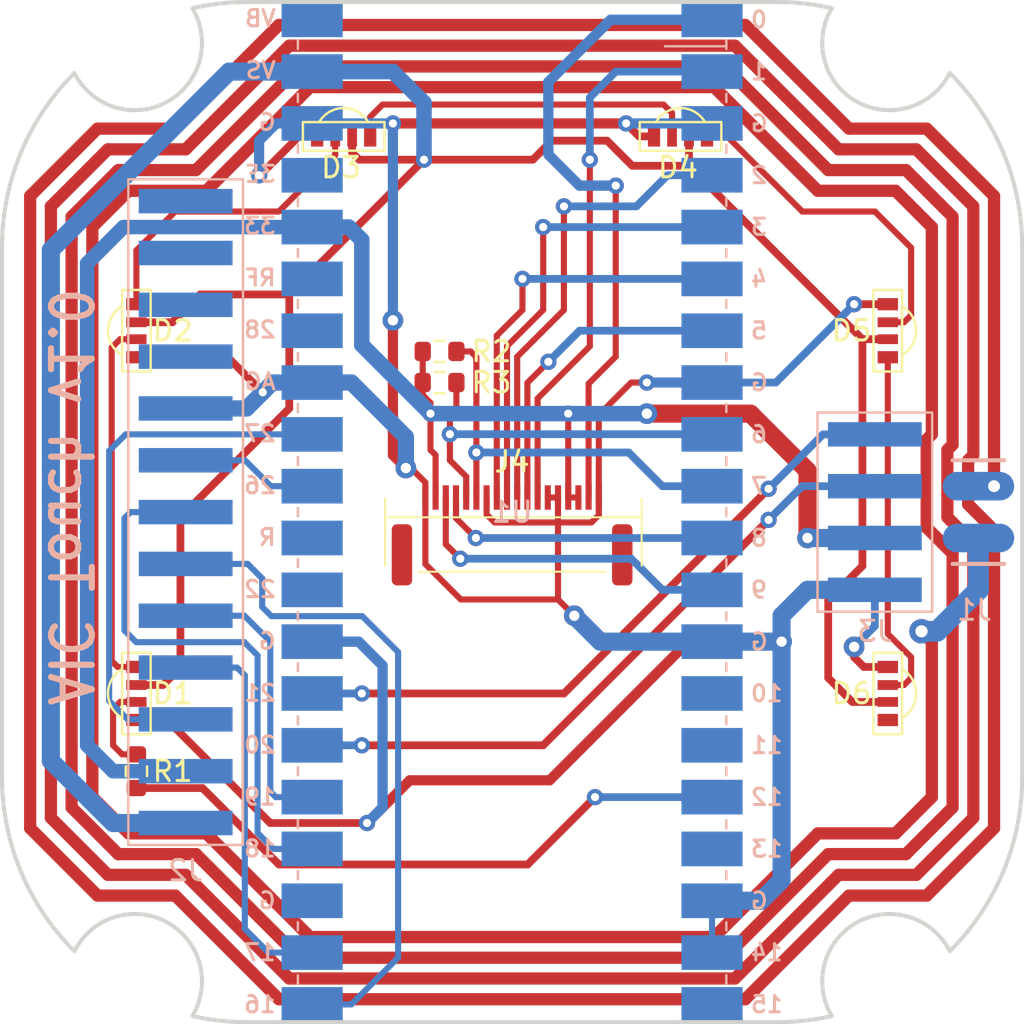
<source format=kicad_pcb>
(kicad_pcb (version 20221018) (generator pcbnew)
  (title_block (title "AIC Pico with PN5180"))
  (layers (0 "F.Cu" signal) (31 "B.Cu" signal) (34 "B.Paste" user) (35 "F.Paste" user) (36 "B.SilkS" user "B.Silkscreen") (37 "F.SilkS" user "F.Silkscreen") (38 "B.Mask" user) (39 "F.Mask" user) (44 "Edge.Cuts" user))
  (net 0 "")
  (net 1 "+5V")
  (net 2 "GND")
  (net 3 "+3V3")
  (net 4 "Net-(D1-In)")
  (net 5 "Net-(D1-Out)")
  (net 6 "Net-(D2-Out)")
  (net 7 "Net-(D3-Out)")
  (net 8 "Net-(D4-Out)")
  (net 9 "/RGB")
  (net 10 "Net-(D5-Out)")
  (net 12 "/LEDK")
  (net 13 "/D{slash}C")
  (net 14 "/CS")
  (net 15 "/SCK")
  (net 16 "/SDA")
  (net 17 "/RST")
  (net 18 "/TP_SCL")
  (net 19 "/TP_SDA")
  (net 20 "/TP_RST")
  (net 23 "/TP_INT")
  (net 25 "Net-(J3-SDA)")
  (net 26 "Net-(J3-SCL)")
  (net 31 "/ANT")
  (net 32 "Net-(J2-RST)")
  (net 33 "Net-(J2-NSS)")
  (net 34 "Net-(J2-MOSI)")
  (net 35 "Net-(J2-MISO)")
  (net 36 "Net-(J2-SCK)")
  (net 37 "Net-(J2-BUSY)")
  (footprint "aic_pico:WS2812B-1204" (layer "F.Cu") (at 143.575 94.985 180)
    (fp_text reference "D4")
    (fp_text value "WS2812B_Unified" hide)
  )
  (footprint "aic_pico:WS2812B-1204" (layer "F.Cu") (at 153.735 104.51 90)
    (fp_text reference "D5")
    (fp_text value "WS2812B_Unified" hide)
  )
  (footprint "Resistor_SMD:R_0603_1608Metric" (layer "F.Cu") (at 131.764 105.526 180)
    (fp_text reference "R2")
    (fp_text value "2K")
  )
  (footprint "aic_pico:WS2812B-1204" (layer "F.Cu") (at 127.065 94.985 180)
    (fp_text reference "D3")
    (fp_text value "WS2812B_Unified" hide)
  )
  (footprint "aic_pico:WS2812B-1204" (layer "F.Cu") (at 116.905 122.29 -90)
    (fp_text reference "D1")
    (fp_text value "WS2812B_Unified" hide)
  )
  (footprint "Resistor_SMD:R_0603_1608Metric" (layer "F.Cu") (at 116.905 126.1 -90)
    (fp_text reference "R1")
    (fp_text value "10" hide)
  )
  (footprint "Resistor_SMD:R_0603_1608Metric" (layer "F.Cu") (at 131.764 107.05 180)
    (fp_text reference "R3")
    (fp_text value "2K")
  )
  (footprint "aic_pico:FPC-0.5-1.0H-18P" (layer "F.Cu") (at 135.32 114.035)
    (fp_text reference "J4")
    (fp_text value "Display" hide)
  )
  (footprint "aic_pico:WS2812B-1204" (layer "F.Cu") (at 153.735 122.29 90)
    (fp_text reference "D6")
    (fp_text value "WS2812B_Unified" hide)
  )
  (footprint "aic_pico:WS2812B-1204" (layer "F.Cu") (at 116.905 104.51 -90)
    (fp_text reference "D2")
    (fp_text value "WS2812B_Unified" hide)
  )
  (footprint "aic_pico:ANT_2P" (layer "B.Cu") (at 158.18 113.4)
    (fp_text reference "J1")
    (fp_text value "Antenna" hide)
  )
  (footprint "aic_pico:RPi_Pico_SMD_No_USB" (layer "B.Cu") (at 135.32 113.4 180)
    (fp_text reference "U1")
    (fp_text value "Pico")
  )
  (footprint "aic_pico:pn5180_conn" (layer "B.Cu") (at 119.32 113.4)
    (fp_text reference "J2")
    (fp_text value "PN5180" hide)
  )
  (footprint "aic_pico:pn532_conn" (layer "B.Cu") (at 153.1 113.4)
    (fp_text reference "J3")
    (fp_text value "PN532" hide)
  )
  (gr_line (start 148.32 138.399999) (end 122.32 138.399999) (stroke (width 0.2)) (layer "Edge.Cuts"))
  (gr_line (start 160.32 126.399999) (end 160.32 100.399999) (stroke (width 0.2)) (layer "Edge.Cuts"))
  (gr_arc (start 119.649044 88.701025) (mid 118.410332 93.29151) (end 113.870189 91.879395) (stroke (width 0.2)) (layer "Edge.Cuts"))
  (gr_arc (start 150.990956 138.098973) (mid 152.229668 133.508486) (end 156.769811 134.920603) (stroke (width 0.2)) (layer "Edge.Cuts"))
  (gr_arc (start 110.32 100.399999) (mid 111.243048 95.784684) (end 113.870189 91.879395) (stroke (width 0.2)) (layer "Edge.Cuts"))
  (gr_arc (start 113.870189 134.920603) (mid 111.243048 131.015314) (end 110.32 126.399999) (stroke (width 0.2)) (layer "Edge.Cuts"))
  (gr_arc (start 122.32 138.399999) (mid 120.976067 138.324505) (end 119.649044 138.098973) (stroke (width 0.2)) (layer "Edge.Cuts"))
  (gr_arc (start 156.769811 91.879395) (mid 159.396952 95.784684) (end 160.32 100.399999) (stroke (width 0.2)) (layer "Edge.Cuts"))
  (gr_arc (start 160.32 126.399999) (mid 159.396952 131.015314) (end 156.769811 134.920603) (stroke (width 0.2)) (layer "Edge.Cuts"))
  (gr_arc (start 156.769811 91.879395) (mid 152.229668 93.291511) (end 150.990956 88.701025) (stroke (width 0.2)) (layer "Edge.Cuts"))
  (gr_arc (start 150.990956 138.098973) (mid 149.663933 138.324505) (end 148.32 138.399999) (stroke (width 0.2)) (layer "Edge.Cuts"))
  (gr_arc (start 113.870189 134.920603) (mid 118.410332 133.508487) (end 119.649044 138.098973) (stroke (width 0.2)) (layer "Edge.Cuts"))
  (gr_line (start 148.32 88.399999) (end 122.32 88.399999) (stroke (width 0.2)) (layer "Edge.Cuts"))
  (gr_line (start 110.32 126.399999) (end 110.32 100.399999) (stroke (width 0.2)) (layer "Edge.Cuts"))
  (gr_arc (start 148.32 88.399999) (mid 149.663933 88.475493) (end 150.990956 88.701025) (stroke (width 0.2)) (layer "Edge.Cuts"))
  (gr_arc (start 119.649044 88.701025) (mid 120.976067 88.475493) (end 122.32 88.399999) (stroke (width 0.2)) (layer "Edge.Cuts"))
  (gr_text "AIC Touch v1.0" (at 112.46 123.052 270) (layer "B.SilkS") (effects (font (size 2 1.8) (thickness 0.3)) (justify left bottom mirror)))
  (segment (start 119.064 113.654) (end 119.064 121.02) (width 0.381) (layer "F.Cu") (net 1))
  (segment (start 124.398 108.32) (end 119.064 113.654) (width 0.381) (layer "F.Cu") (net 1))
  (segment (start 152.489695 116.042305) (end 150.814 117.718) (width 0.381) (layer "F.Cu") (net 1))
  (segment (start 120.031623 102.732) (end 124.398 102.732) (width 0.381) (layer "F.Cu") (net 1))
  (segment (start 139.976254 95.196254) (end 141.205305 96.425305) (width 0.381) (layer "F.Cu") (net 1))
  (segment (start 118.209 121.875) (end 116.905 121.875) (width 0.381) (layer "F.Cu") (net 1))
  (segment (start 150.814 121.528) (end 151.991 122.705) (width 0.381) (layer "F.Cu") (net 1))
  (segment (start 118.668623 104.095) (end 120.031623 102.732) (width 0.381) (layer "F.Cu") (net 1))
  (segment (start 127.48 95.784228) (end 127.823772 96.128) (width 0.381) (layer "F.Cu") (net 1))
  (segment (start 127.823772 96.128) (end 136.336 96.128) (width 0.381) (layer "F.Cu") (net 1))
  (segment (start 150.814 117.718) (end 150.814 121.528) (width 0.381) (layer "F.Cu") (net 1))
  (segment (start 143.99 96.425305) (end 152.489695 104.925) (width 0.381) (layer "F.Cu") (net 1))
  (segment (start 136.336 96.128) (end 137.267746 95.196254) (width 0.381) (layer "F.Cu") (net 1))
  (segment (start 137.267746 95.196254) (end 139.976254 95.196254) (width 0.381) (layer "F.Cu") (net 1))
  (segment (start 152.489695 104.925) (end 153.735 104.925) (width 0.381) (layer "F.Cu") (net 1))
  (segment (start 141.205305 96.425305) (end 143.99 96.425305) (width 0.381) (layer "F.Cu") (net 1))
  (segment (start 127.48 94.985) (end 127.48 95.784228) (width 0.381) (layer "F.Cu") (net 1))
  (segment (start 124.398 102.732) (end 124.398 108.32) (width 0.381) (layer "F.Cu") (net 1))
  (segment (start 131.002 96.128) (end 124.398 102.732) (width 0.381) (layer "F.Cu") (net 1))
  (segment (start 151.991 122.705) (end 153.735 122.705) (width 0.381) (layer "F.Cu") (net 1))
  (segment (start 119.064 121.02) (end 118.209 121.875) (width 0.381) (layer "F.Cu") (net 1))
  (segment (start 152.489695 104.925) (end 152.489695 116.042305) (width 0.381) (layer "F.Cu") (net 1))
  (segment (start 116.905 104.095) (end 118.668623 104.095) (width 0.381) (layer "F.Cu") (net 1))
  (segment (start 143.99 96.425305) (end 143.99 94.985) (width 0.381) (layer "F.Cu") (net 1))
  (via (at 131.002 96.128) (size 0.8) (drill 0.4) (layers "F.Cu" "B.Cu") (net 1))
  (segment (start 131.002 93.334) (end 129.478 91.81) (width 0.762) (layer "B.Cu") (net 1))
  (segment (start 115.762 128.64) (end 120.08 128.64) (width 0.889) (layer "B.Cu") (net 1))
  (segment (start 131.002 96.128) (end 131.002 93.334) (width 0.762) (layer "B.Cu") (net 1))
  (segment (start 112.714 100.549791) (end 112.714 125.592) (width 0.889) (layer "B.Cu") (net 1))
  (segment (start 121.453791 91.81) (end 112.714 100.549791) (width 0.889) (layer "B.Cu") (net 1))
  (segment (start 125.52 91.81) (end 121.453791 91.81) (width 0.889) (layer "B.Cu") (net 1))
  (segment (start 129.478 91.81) (end 125.52 91.81) (width 0.762) (layer "B.Cu") (net 1))
  (segment (start 112.714 125.592) (end 115.762 128.64) (width 0.889) (layer "B.Cu") (net 1))
  (segment (start 139.57 113.548254) (end 139.210254 113.908) (width 0.3) (layer "F.Cu") (net 2))
  (segment (start 139.57 112.685) (end 139.57 113.548254) (width 0.3) (layer "F.Cu") (net 2))
  (segment (start 141.543 94.985) (end 142.275 94.985) (width 0.381) (layer "F.Cu") (net 2))
  (segment (start 139.57 108.638) (end 141.158 107.05) (width 0.3) (layer "F.Cu") (net 2))
  (segment (start 123.464 128.64) (end 118.414 123.59) (width 0.381) (layer "F.Cu") (net 2))
  (segment (start 137.57 117.682) (end 137.57 112.685) (width 0.3) (layer "F.Cu") (net 2))
  (segment (start 139.57 112.685) (end 139.57 108.638) (width 0.3) (layer "F.Cu") (net 2))
  (segment (start 143.956 119.75) (end 137.161 126.545) (width 0.5) (layer "F.Cu") (net 2))
  (segment (start 152.084 103.21) (end 153.735 103.21) (width 0.381) (layer "F.Cu") (net 2))
  (segment (start 152.084 120.512) (end 152.562 120.99) (width 0.381) (layer "F.Cu") (net 2))
  (segment (start 131.07 112.685) (end 131.07 115.948) (width 0.3) (layer "F.Cu") (net 2))
  (segment (start 130.303 126.545) (end 128.208 128.64) (width 0.5) (layer "F.Cu") (net 2))
  (segment (start 131.07 115.948) (end 132.804 117.682) (width 0.3) (layer "F.Cu") (net 2))
  (segment (start 139.210254 113.908) (end 134.464465 113.908) (width 0.3) (layer "F.Cu") (net 2))
  (segment (start 124.868 94.985) (end 125.765 94.985) (width 0.381) (layer "F.Cu") (net 2))
  (segment (start 128.208 128.64) (end 123.464 128.64) (width 0.381) (layer "F.Cu") (net 2))
  (segment (start 134.07 113.513535) (end 134.07 112.685) (width 0.3) (layer "F.Cu") (net 2))
  (segment (start 137.07 112.685) (end 137.57 112.685) (width 0.3) (layer "F.Cu") (net 2))
  (segment (start 152.084 120.004) (end 152.084 120.512) (width 0.381) (layer "F.Cu") (net 2))
  (segment (start 137.57 117.682) (end 138.368 118.48) (width 0.3) (layer "F.Cu") (net 2))
  (segment (start 141.158 107.05) (end 141.924 107.05) (width 0.3) (layer "F.Cu") (net 2))
  (segment (start 129.478 110.606) (end 130.113 111.241) (width 0.5) (layer "F.Cu") (net 2))
  (segment (start 137.161 126.545) (end 130.303 126.545) (width 0.5) (layer "F.Cu") (net 2))
  (segment (start 152.562 120.99) (end 153.735 120.99) (width 0.381) (layer "F.Cu") (net 2))
  (segment (start 140.908 94.35) (end 141.543 94.985) (width 0.381) (layer "F.Cu") (net 2))
  (segment (start 122.963 96.89) (end 124.868 94.985) (width 0.381) (layer "F.Cu") (net 2))
  (segment (start 148.528 119.75) (end 143.956 119.75) (width 0.5) (layer "F.Cu") (net 2))
  (segment (start 129.478 104.002) (end 129.478 110.606) (width 0.5) (layer "F.Cu") (net 2))
  (segment (start 116.905 105.81) (end 121.38 105.81) (width 0.381) (layer "F.Cu") (net 2))
  (segment (start 121.38 105.81) (end 123.098 107.528) (width 0.381) (layer "F.Cu") (net 2))
  (segment (start 130.363 111.241) (end 131.07 111.948) (width 0.3) (layer "F.Cu") (net 2))
  (segment (start 118.414 123.59) (end 116.905 123.59) (width 0.381) (layer "F.Cu") (net 2))
  (segment (start 134.464465 113.908) (end 134.07 113.513535) (width 0.3) (layer "F.Cu") (net 2))
  (segment (start 131.07 111.948) (end 131.07 112.685) (width 0.3) (layer "F.Cu") (net 2))
  (segment (start 140.908 94.35) (end 129.478 94.35) (width 0.5) (layer "F.Cu") (net 2))
  (segment (start 122.92 96.89) (end 122.963 96.89) (width 0.381) (layer "F.Cu") (net 2))
  (segment (start 132.804 117.682) (end 137.57 117.682) (width 0.3) (layer "F.Cu") (net 2))
  (via (at 138.368 118.48) (size 1.016) (drill 0.508) (layers "F.Cu" "B.Cu") (net 2))
  (via (at 130.113 111.241) (size 1.016) (drill 0.508) (layers "F.Cu" "B.Cu") (net 2))
  (via (at 140.908 94.35) (size 0.8) (drill 0.4) (layers "F.Cu" "B.Cu") (net 2))
  (via (at 122.92 96.89) (size 0.8) (drill 0.4) (layers "F.Cu" "B.Cu") (net 2))
  (via (at 141.924 107.05) (size 0.8) (drill 0.4) (layers "F.Cu" "B.Cu") (net 2))
  (via (at 128.208 128.64) (size 0.8) (drill 0.4) (layers "F.Cu" "B.Cu") (net 2))
  (via (at 129.478 94.35) (size 0.8) (drill 0.4) (layers "F.Cu" "B.Cu") (net 2))
  (via (at 152.084 103.21) (size 0.8) (drill 0.4) (layers "F.Cu" "B.Cu") (net 2))
  (via (at 123.098 107.528) (size 0.8) (drill 0.4) (layers "F.Cu" "B.Cu") (net 2))
  (via (at 152.084 120.004) (size 1.016) (drill 0.508) (layers "F.Cu" "B.Cu") (net 2))
  (via (at 129.478 104.002) (size 1.016) (drill 0.508) (layers "F.Cu" "B.Cu") (net 2))
  (via (at 148.528 119.75) (size 1.016) (drill 0.508) (layers "F.Cu" "B.Cu") (net 2))
  (segment (start 130.113 111.241) (end 130.113 109.717) (width 0.8) (layer "B.Cu") (net 2))
  (segment (start 127.446 107.05) (end 125.52 107.05) (width 0.8) (layer "B.Cu") (net 2))
  (segment (start 147.512 132.45) (end 145.12 132.45) (width 0.889) (layer "B.Cu") (net 2))
  (segment (start 152.084 103.21) (end 148.244 107.05) (width 0.381) (layer "B.Cu") (net 2))
  (segment (start 139.638 119.75) (end 145.12 119.75) (width 0.889) (layer "B.Cu") (net 2))
  (segment (start 148.528 119.75) (end 148.528 118.48) (width 0.889) (layer "B.Cu") (net 2))
  (segment (start 148.528 131.434) (end 147.512 132.45) (width 0.889) (layer "B.Cu") (net 2))
  (segment (start 128.97 127.878) (end 128.97 120.9185) (width 0.508) (layer "B.Cu") (net 2))
  (segment (start 145.12 107.05) (end 141.924 107.05) (width 0.5) (layer "B.Cu") (net 2))
  (segment (start 148.244 107.05) (end 145.12 107.05) (width 0.381) (layer "B.Cu") (net 2))
  (segment (start 145.12 119.75) (end 148.528 119.75) (width 0.889) (layer "B.Cu") (net 2))
  (segment (start 148.528 119.75) (end 148.528 131.434) (width 0.889) (layer "B.Cu") (net 2))
  (segment (start 122.92 96.89) (end 122.92 95.2) (width 0.5) (layer "B.Cu") (net 2))
  (segment (start 128.208 128.64) (end 128.97 127.878) (width 0.508) (layer "B.Cu") (net 2))
  (segment (start 130.113 109.717) (end 127.446 107.05) (width 0.8) (layer "B.Cu") (net 2))
  (segment (start 129.478 104.002) (end 129.478 94.35) (width 0.5) (layer "B.Cu") (net 2))
  (segment (start 153.1 117.21) (end 153.1 118.988) (width 0.381) (layer "B.Cu") (net 2))
  (segment (start 129.478 94.35) (end 125.52 94.35) (width 0.5) (layer "B.Cu") (net 2))
  (segment (start 149.798 117.21) (end 153.1 117.21) (width 0.889) (layer "B.Cu") (net 2))
  (segment (start 140.908 94.35) (end 145.12 94.35) (width 0.5) (layer "B.Cu") (net 2))
  (segment (start 128.97 120.9185) (end 127.8015 119.75) (width 0.508) (layer "B.Cu") (net 2))
  (segment (start 123.576 107.05) (end 125.52 107.05) (width 0.8) (layer "B.Cu") (net 2))
  (segment (start 123.77 94.35) (end 125.52 94.35) (width 0.5) (layer "B.Cu") (net 2))
  (segment (start 127.8015 119.75) (end 125.52 119.75) (width 0.508) (layer "B.Cu") (net 2))
  (segment (start 153.1 118.988) (end 152.084 120.004) (width 0.381) (layer "B.Cu") (net 2))
  (segment (start 122.306 108.32) (end 123.576 107.05) (width 0.8) (layer "B.Cu") (net 2))
  (segment (start 148.528 118.48) (end 149.798 117.21) (width 0.889) (layer "B.Cu") (net 2))
  (segment (start 138.368 118.48) (end 139.638 119.75) (width 0.889) (layer "B.Cu") (net 2))
  (segment (start 145.12 134.99) (end 145.12 132.45) (width 0.3) (layer "B.Cu") (net 2))
  (segment (start 119.32 108.32) (end 122.306 108.32) (width 0.8) (layer "B.Cu") (net 2))
  (segment (start 122.92 95.2) (end 123.77 94.35) (width 0.5) (layer "B.Cu") (net 2))
  (segment (start 138.07 112.685) (end 138.57 112.685) (width 0.3) (layer "F.Cu") (net 3))
  (segment (start 149.798 111.368) (end 147.004 108.574) (width 0.889) (layer "F.Cu") (net 3))
  (segment (start 149.798 114.67) (end 149.798 111.368) (width 0.889) (layer "F.Cu") (net 3))
  (segment (start 131.32 110.352) (end 131.32 108.574) (width 0.3) (layer "F.Cu") (net 3))
  (segment (start 130.939 107.666225) (end 130.939 105.526) (width 0.3) (layer "F.Cu") (net 3))
  (segment (start 131.57 112.685) (end 131.57 110.602) (width 0.3) (layer "F.Cu") (net 3))
  (segment (start 131.32 108.047225) (end 130.939 107.666225) (width 0.3) (layer "F.Cu") (net 3))
  (segment (start 138.07 108.574) (end 138.07 112.685) (width 0.3) (layer "F.Cu") (net 3))
  (segment (start 131.57 110.602) (end 131.32 110.352) (width 0.3) (layer "F.Cu") (net 3))
  (segment (start 131.32 108.574) (end 131.32 108.047225) (width 0.3) (layer "F.Cu") (net 3))
  (segment (start 147.004 108.574) (end 141.924 108.574) (width 0.889) (layer "F.Cu") (net 3))
  (via (at 138.07 108.574) (size 0.8) (drill 0.4) (layers "F.Cu" "B.Cu") (net 3))
  (via (at 141.924 108.574) (size 1.016) (drill 0.508) (layers "F.Cu" "B.Cu") (net 3))
  (via (at 149.798 114.67) (size 1.016) (drill 0.508) (layers "F.Cu" "B.Cu") (net 3))
  (via (at 131.32 108.574) (size 0.8) (drill 0.4) (layers "F.Cu" "B.Cu") (net 3))
  (segment (start 125.52 99.43) (end 116.27 99.43) (width 0.7112) (layer "B.Cu") (net 3))
  (segment (start 114.492 124.83) (end 115.762 126.1) (width 0.7112) (layer "B.Cu") (net 3))
  (segment (start 127.319 99.43) (end 125.52 99.43) (width 0.762) (layer "B.Cu") (net 3))
  (segment (start 141.924 108.574) (end 131.32 108.574) (width 0.762) (layer "B.Cu") (net 3))
  (segment (start 114.492 101.208) (end 114.492 124.83) (width 0.7112) (layer "B.Cu") (net 3))
  (segment (start 127.954 105.208) (end 127.954 100.065) (width 0.762) (layer "B.Cu") (net 3))
  (segment (start 116.27 99.43) (end 114.492 101.208) (width 0.7112) (layer "B.Cu") (net 3))
  (segment (start 115.762 126.1) (end 120.08 126.1) (width 0.7112) (layer "B.Cu") (net 3))
  (segment (start 127.954 100.065) (end 127.319 99.43) (width 0.762) (layer "B.Cu") (net 3))
  (segment (start 131.32 108.574) (end 127.954 105.208) (width 0.762) (layer "B.Cu") (net 3))
  (segment (start 149.798 114.67) (end 153.1 114.67) (width 0.889) (layer "B.Cu") (net 3))
  (segment (start 116.109 122.705) (end 116.905 122.705) (width 0.3) (layer "F.Cu") (net 4))
  (segment (start 116.905 125.275) (end 116.207 125.275) (width 0.3) (layer "F.Cu") (net 4))
  (segment (start 116.207 125.275) (end 115.762 124.83) (width 0.3) (layer "F.Cu") (net 4))
  (segment (start 115.762 124.83) (end 115.762 123.052) (width 0.3) (layer "F.Cu") (net 4))
  (segment (start 115.762 123.052) (end 116.109 122.705) (width 0.3) (layer "F.Cu") (net 4))
  (segment (start 116.109 104.925) (end 116.905 104.925) (width 0.3) (layer "F.Cu") (net 5))
  (segment (start 115.986 120.99) (end 115.695 120.699) (width 0.3) (layer "F.Cu") (net 5))
  (segment (start 116.905 120.99) (end 115.986 120.99) (width 0.3) (layer "F.Cu") (net 5))
  (segment (start 115.695 120.699) (end 115.695 105.339) (width 0.3) (layer "F.Cu") (net 5))
  (segment (start 115.695 105.339) (end 116.109 104.925) (width 0.3) (layer "F.Cu") (net 5))
  (segment (start 116.905 100.573) (end 116.905 103.21) (width 0.3) (layer "F.Cu") (net 6))
  (segment (start 126.65 95.908) (end 123.89 98.668) (width 0.3) (layer "F.Cu") (net 6))
  (segment (start 126.65 94.985) (end 126.65 95.908) (width 0.3) (layer "F.Cu") (net 6))
  (segment (start 123.89 98.668) (end 118.81 98.668) (width 0.3) (layer "F.Cu") (net 6))
  (segment (start 118.81 98.668) (end 116.905 100.573) (width 0.3) (layer "F.Cu") (net 6))
  (segment (start 143.16 94.985) (end 143.16 93.842) (width 0.3) (layer "F.Cu") (net 7))
  (segment (start 143.16 93.842) (end 142.743476 93.425476) (width 0.3) (layer "F.Cu") (net 7))
  (segment (start 142.743476 93.425476) (end 128.97 93.425476) (width 0.3) (layer "F.Cu") (net 7))
  (segment (start 128.365 94.030476) (end 128.365 94.985) (width 0.3) (layer "F.Cu") (net 7))
  (segment (start 128.97 93.425476) (end 128.365 94.030476) (width 0.3) (layer "F.Cu") (net 7))
  (segment (start 154.878 100.446) (end 154.878 103.748) (width 0.3) (layer "F.Cu") (net 8))
  (segment (start 154.878 103.748) (end 154.531 104.095) (width 0.3) (layer "F.Cu") (net 8))
  (segment (start 144.875 94.985) (end 145.861 94.985) (width 0.3) (layer "F.Cu") (net 8))
  (segment (start 154.531 104.095) (end 153.735 104.095) (width 0.3) (layer "F.Cu") (net 8))
  (segment (start 145.861 94.985) (end 149.544 98.668) (width 0.3) (layer "F.Cu") (net 8))
  (segment (start 153.1 98.668) (end 154.878 100.446) (width 0.3) (layer "F.Cu") (net 8))
  (segment (start 149.544 98.668) (end 153.1 98.668) (width 0.3) (layer "F.Cu") (net 8))
  (segment (start 120.143 126.925) (end 122.62 129.402) (width 0.381) (layer "F.Cu") (net 9))
  (segment (start 122.62 129.402) (end 123.89 130.672) (width 0.381) (layer "F.Cu") (net 9))
  (segment (start 136.082 130.672) (end 139.384 127.37) (width 0.381) (layer "F.Cu") (net 9))
  (segment (start 116.905 126.925) (end 120.143 126.925) (width 0.381) (layer "F.Cu") (net 9))
  (segment (start 123.89 130.672) (end 136.082 130.672) (width 0.381) (layer "F.Cu") (net 9))
  (via (at 139.384 127.37) (size 0.8) (drill 0.4) (layers "F.Cu" "B.Cu") (net 9))
  (segment (start 139.384 127.37) (end 145.12 127.37) (width 0.381) (layer "B.Cu") (net 9))
  (segment (start 154.878 121.528) (end 154.878 120.512) (width 0.3) (layer "F.Cu") (net 10))
  (segment (start 153.735 119.369) (end 153.735 105.81) (width 0.3) (layer "F.Cu") (net 10))
  (segment (start 153.735 121.875) (end 154.531 121.875) (width 0.3) (layer "F.Cu") (net 10))
  (segment (start 154.878 120.512) (end 153.735 119.369) (width 0.3) (layer "F.Cu") (net 10))
  (segment (start 154.531 121.875) (end 154.878 121.528) (width 0.3) (layer "F.Cu") (net 10))
  (segment (start 140.4 97.398) (end 140.4 105.776) (width 0.3) (layer "F.Cu") (net 12))
  (segment (start 140.4 105.776) (end 139.07 107.106) (width 0.3) (layer "F.Cu") (net 12))
  (segment (start 139.07 107.106) (end 139.07 112.685) (width 0.3) (layer "F.Cu") (net 12))
  (via (at 140.4 97.398) (size 0.8) (drill 0.4) (layers "F.Cu" "B.Cu") (net 12))
  (segment (start 140.146 89.27) (end 145.12 89.27) (width 0.508) (layer "B.Cu") (net 12))
  (segment (start 138.622 97.398) (end 137.098 95.874) (width 0.508) (layer "B.Cu") (net 12))
  (segment (start 137.098 92.318) (end 140.146 89.27) (width 0.508) (layer "B.Cu") (net 12))
  (segment (start 140.4 97.398) (end 138.622 97.398) (width 0.508) (layer "B.Cu") (net 12))
  (segment (start 137.098 95.874) (end 137.098 92.318) (width 0.508) (layer "B.Cu") (net 12))
  (segment (start 139.13 105.272) (end 136.57 107.832) (width 0.3) (layer "F.Cu") (net 13))
  (segment (start 136.57 107.832) (end 136.57 108.082) (width 0.3) (layer "F.Cu") (net 13))
  (segment (start 139.13 96.128) (end 139.13 105.272) (width 0.3) (layer "F.Cu") (net 13))
  (segment (start 136.57 108.082) (end 136.57 112.685) (width 0.3) (layer "F.Cu") (net 13))
  (via (at 139.13 96.128) (size 0.8) (drill 0.4) (layers "F.Cu" "B.Cu") (net 13))
  (segment (start 139.13 96.128) (end 139.13 93.08) (width 0.381) (layer "B.Cu") (net 13))
  (segment (start 139.13 93.08) (end 140.4 91.81) (width 0.381) (layer "B.Cu") (net 13))
  (segment (start 140.4 91.81) (end 145.12 91.81) (width 0.381) (layer "B.Cu") (net 13))
  (segment (start 136.07 107.062) (end 136.07 107.312) (width 0.3) (layer "F.Cu") (net 14))
  (segment (start 136.07 107.312) (end 136.07 112.685) (width 0.3) (layer "F.Cu") (net 14))
  (segment (start 137.098 106.034) (end 136.07 107.062) (width 0.3) (layer "F.Cu") (net 14))
  (via (at 137.098 106.034) (size 0.8) (drill 0.4) (layers "F.Cu" "B.Cu") (net 14))
  (segment (start 138.622 104.51) (end 145.12 104.51) (width 0.381) (layer "B.Cu") (net 14))
  (segment (start 137.098 106.034) (end 138.622 104.51) (width 0.381) (layer "B.Cu") (net 14))
  (segment (start 137.86 103.494) (end 135.574 105.78) (width 0.3) (layer "F.Cu") (net 15))
  (segment (start 137.86 98.414) (end 137.86 103.494) (width 0.3) (layer "F.Cu") (net 15))
  (segment (start 135.574 105.78) (end 135.57 105.78) (width 0.3) (layer "F.Cu") (net 15))
  (segment (start 135.57 105.78) (end 135.57 112.685) (width 0.3) (layer "F.Cu") (net 15))
  (via (at 137.86 98.414) (size 0.8) (drill 0.4) (layers "F.Cu" "B.Cu") (net 15))
  (segment (start 141.416 98.414) (end 142.94 96.89) (width 0.381) (layer "B.Cu") (net 15))
  (segment (start 137.86 98.414) (end 141.416 98.414) (width 0.381) (layer "B.Cu") (net 15))
  (segment (start 142.94 96.89) (end 145.12 96.89) (width 0.381) (layer "B.Cu") (net 15))
  (segment (start 136.844 103.49) (end 135.07 105.264) (width 0.3) (layer "F.Cu") (net 16))
  (segment (start 136.844 99.43) (end 136.844 103.49) (width 0.3) (layer "F.Cu") (net 16))
  (segment (start 135.07 105.264) (end 135.07 112.685) (width 0.3) (layer "F.Cu") (net 16))
  (via (at 136.844 99.43) (size 0.8) (drill 0.4) (layers "F.Cu" "B.Cu") (net 16))
  (segment (start 145.12 99.43) (end 136.844 99.43) (width 0.381) (layer "B.Cu") (net 16))
  (segment (start 135.828 101.97) (end 135.828 103.49) (width 0.3) (layer "F.Cu") (net 17))
  (segment (start 134.57 104.748) (end 134.57 112.685) (width 0.3) (layer "F.Cu") (net 17))
  (segment (start 135.828 103.49) (end 134.57 104.748) (width 0.3) (layer "F.Cu") (net 17))
  (via (at 135.828 101.97) (size 0.8) (drill 0.4) (layers "F.Cu" "B.Cu") (net 17))
  (segment (start 145.12 101.97) (end 135.828 101.97) (width 0.381) (layer "B.Cu") (net 17))
  (segment (start 133.57 105.808) (end 133.288 105.526) (width 0.3) (layer "F.Cu") (net 18))
  (segment (start 133.57 110.4845) (end 133.57 112.685) (width 0.3) (layer "F.Cu") (net 18))
  (segment (start 133.57 110.479) (end 133.57 105.808) (width 0.3) (layer "F.Cu") (net 18))
  (segment (start 133.288 105.526) (end 132.589 105.526) (width 0.3) (layer "F.Cu") (net 18))
  (via (at 133.57 110.479) (size 0.8) (drill 0.4) (layers "F.Cu" "B.Cu") (net 18))
  (segment (start 133.542 110.479) (end 141.035 110.479) (width 0.381) (layer "B.Cu") (net 18))
  (segment (start 133.415 110.352) (end 133.542 110.479) (width 0.381) (layer "B.Cu") (net 18))
  (segment (start 142.686 112.13) (end 145.12 112.13) (width 0.381) (layer "B.Cu") (net 18))
  (segment (start 141.035 110.479) (end 142.686 112.13) (width 0.381) (layer "B.Cu") (net 18))
  (segment (start 132.589 108.511) (end 132.589 107.05) (width 0.3) (layer "F.Cu") (net 19))
  (segment (start 132.272 109.581) (end 132.272 110.86) (width 0.3) (layer "F.Cu") (net 19))
  (segment (start 132.272 110.86) (end 133.07 111.658) (width 0.3) (layer "F.Cu") (net 19))
  (segment (start 133.07 111.658) (end 133.07 112.685) (width 0.3) (layer "F.Cu") (net 19))
  (segment (start 132.272 108.828) (end 132.589 108.511) (width 0.3) (layer "F.Cu") (net 19))
  (segment (start 132.272 109.581) (end 132.272 108.828) (width 0.3) (layer "F.Cu") (net 19))
  (via (at 132.272 109.581) (size 0.8) (drill 0.4) (layers "F.Cu" "B.Cu") (net 19))
  (segment (start 145.111 109.581) (end 145.12 109.59) (width 0.381) (layer "B.Cu") (net 19))
  (segment (start 132.272 109.581) (end 145.111 109.581) (width 0.381) (layer "B.Cu") (net 19))
  (segment (start 133.542 114.67) (end 132.57 113.698) (width 0.3) (layer "F.Cu") (net 20))
  (segment (start 132.57 113.698) (end 132.57 112.685) (width 0.3) (layer "F.Cu") (net 20))
  (via (at 133.542 114.67) (size 0.8) (drill 0.4) (layers "F.Cu" "B.Cu") (net 20))
  (segment (start 133.542 114.67) (end 145.12 114.67) (width 0.381) (layer "B.Cu") (net 20))
  (segment (start 132.07 114.976) (end 132.78 115.686) (width 0.3) (layer "F.Cu") (net 23))
  (segment (start 132.07 112.685) (end 132.07 114.976) (width 0.3) (layer "F.Cu") (net 23))
  (via (at 132.78 115.686) (size 0.8) (drill 0.4) (layers "F.Cu" "B.Cu") (net 23))
  (segment (start 142.686 117.21) (end 145.12 117.21) (width 0.381) (layer "B.Cu") (net 23))
  (segment (start 141.162 115.686) (end 142.686 117.21) (width 0.381) (layer "B.Cu") (net 23))
  (segment (start 132.78 115.686) (end 141.162 115.686) (width 0.381) (layer "B.Cu") (net 23))
  (segment (start 136.844 124.83) (end 127.954 124.83) (width 0.381) (layer "F.Cu") (net 25))
  (segment (start 147.893 113.781) (end 136.844 124.83) (width 0.381) (layer "F.Cu") (net 25))
  (via (at 147.893 113.781) (size 0.8) (drill 0.4) (layers "F.Cu" "B.Cu") (net 25))
  (via (at 127.954 124.83) (size 0.8) (drill 0.4) (layers "F.Cu" "B.Cu") (net 25))
  (segment (start 149.544 112.13) (end 153.1 112.13) (width 0.381) (layer "B.Cu") (net 25))
  (segment (start 125.52 124.83) (end 127.954 124.83) (width 0.381) (layer "B.Cu") (net 25))
  (segment (start 147.893 113.781) (end 149.544 112.13) (width 0.381) (layer "B.Cu") (net 25))
  (segment (start 147.893 112.257) (end 137.86 122.29) (width 0.381) (layer "F.Cu") (net 26))
  (segment (start 137.86 122.29) (end 127.954 122.29) (width 0.381) (layer "F.Cu") (net 26))
  (via (at 127.954 122.29) (size 0.8) (drill 0.4) (layers "F.Cu" "B.Cu") (net 26))
  (via (at 147.893 112.257) (size 0.8) (drill 0.4) (layers "F.Cu" "B.Cu") (net 26))
  (segment (start 125.52 122.29) (end 127.954 122.29) (width 0.381) (layer "B.Cu") (net 26))
  (segment (start 150.56 109.59) (end 153.1 109.59) (width 0.381) (layer "B.Cu") (net 26))
  (segment (start 147.893 112.257) (end 150.56 109.59) (width 0.381) (layer "B.Cu") (net 26))
  (segment locked (start 150.306 97.652) (end 154.116 97.652) (width 0.6) (layer "F.Cu") (net 31))
  (segment locked (start 154.116 129.148) (end 150.306 129.148) (width 0.6) (layer "F.Cu") (net 31))
  (segment locked (start 155.894 109.59) (end 155.64 109.844) (width 0.6) (layer "F.Cu") (net 31))
  (segment locked (start 113.73 127.878) (end 113.73 98.922) (width 0.6) (layer "F.Cu") (net 31))
  (segment locked (start 155.64 94.604) (end 158.942 97.906) (width 0.6) (layer "F.Cu") (net 31))
  (segment locked (start 157.926 110.606) (end 157.672 110.86) (width 0.6) (layer "F.Cu") (net 31))
  (segment locked (start 116.016 96.636) (end 119.826 96.636) (width 0.6) (layer "F.Cu") (net 31))
  (segment locked (start 145.226 134.228) (end 125.414 134.228) (width 0.6) (layer "F.Cu") (net 31))
  (segment locked (start 157.672 110.86) (end 157.672 113.019) (width 0.6) (layer "F.Cu") (net 31))
  (segment locked (start 156.656 110.352) (end 156.656 113.654) (width 0.6) (layer "F.Cu") (net 31))
  (segment locked (start 158.942 114.289) (end 158.942 128.894) (width 0.6) (layer "F.Cu") (net 31))
  (segment locked (start 114.746 99.43) (end 116.524 97.652) (width 0.6) (layer "F.Cu") (net 31))
  (segment locked (start 151.83 132.196) (end 146.75 137.276) (width 0.6) (layer "F.Cu") (net 31))
  (segment locked (start 155.894 99.43) (end 155.894 109.59) (width 0.6) (layer "F.Cu") (net 31))
  (segment locked (start 112.714 98.414) (end 115.508 95.62) (width 0.6) (layer "F.Cu") (net 31))
  (segment locked (start 119.318 131.18) (end 115.508 131.18) (width 0.6) (layer "F.Cu") (net 31))
  (segment locked (start 118.81 94.604) (end 123.89 89.524) (width 0.6) (layer "F.Cu") (net 31))
  (segment locked (start 157.926 114.924) (end 157.926 128.386) (width 0.6) (layer "F.Cu") (net 31))
  (segment locked (start 156.91 127.878) (end 154.624 130.164) (width 0.6) (layer "F.Cu") (net 31))
  (segment locked (start 151.83 94.604) (end 155.64 94.604) (width 0.6) (layer "F.Cu") (net 31))
  (segment locked (start 119.318 95.62) (end 124.398 90.54) (width 0.6) (layer "F.Cu") (net 31))
  (segment locked (start 145.226 92.572) (end 150.306 97.652) (width 0.6) (layer "F.Cu") (net 31))
  (segment locked (start 146.242 136.26) (end 124.398 136.26) (width 0.6) (layer "F.Cu") (net 31))
  (segment locked (start 124.906 91.556) (end 145.734 91.556) (width 0.6) (layer "F.Cu") (net 31))
  (segment locked (start 114.746 127.37) (end 114.746 99.43) (width 0.6) (layer "F.Cu") (net 31))
  (segment locked (start 112.714 128.386) (end 112.714 98.414) (width 0.6) (layer "F.Cu") (net 31))
  (segment locked (start 154.624 130.164) (end 150.814 130.164) (width 0.6) (layer "F.Cu") (net 31))
  (segment locked (start 150.814 96.636) (end 154.624 96.636) (width 0.6) (layer "F.Cu") (net 31))
  (segment locked (start 155.64 114.162) (end 156.91 115.432) (width 0.6) (layer "F.Cu") (net 31))
  (segment locked (start 155.64 109.844) (end 155.64 114.162) (width 0.6) (layer "F.Cu") (net 31))
  (segment locked (start 123.89 89.524) (end 146.75 89.524) (width 0.6) (layer "F.Cu") (net 31))
  (segment locked (start 116.524 97.652) (end 120.334 97.652) (width 0.6) (layer "F.Cu") (net 31))
  (segment locked (start 125.414 92.572) (end 145.226 92.572) (width 0.6) (layer "F.Cu") (net 31))
  (segment locked (start 155.132 95.62) (end 157.926 98.414) (width 0.6) (layer "F.Cu") (net 31))
  (segment locked (start 158.942 128.894) (end 155.64 132.196) (width 0.6) (layer "F.Cu") (net 31))
  (segment (start 155.894 119.75) (end 155.894 127.37) (width 0.6) (layer "F.Cu") (net 31))
  (segment locked (start 156.656 113.654) (end 157.926 114.924) (width 0.6) (layer "F.Cu") (net 31))
  (segment locked (start 150.814 130.164) (end 145.734 135.244) (width 0.6) (layer "F.Cu") (net 31))
  (segment locked (start 146.75 89.524) (end 151.83 94.604) (width 0.6) (layer "F.Cu") (net 31))
  (segment locked (start 111.698 128.894) (end 111.698 97.906) (width 0.6) (layer "F.Cu") (net 31))
  (segment locked (start 156.91 115.432) (end 156.91 127.878) (width 0.6) (layer "F.Cu") (net 31))
  (segment locked (start 120.334 97.652) (end 125.414 92.572) (width 0.6) (layer "F.Cu") (net 31))
  (segment locked (start 157.926 98.414) (end 157.926 110.606) (width 0.6) (layer "F.Cu") (net 31))
  (segment locked (start 155.64 132.196) (end 151.83 132.196) (width 0.6) (layer "F.Cu") (net 31))
  (segment locked (start 156.91 110.098) (end 156.656 110.352) (width 0.6) (layer "F.Cu") (net 31))
  (segment locked (start 154.116 97.652) (end 155.894 99.43) (width 0.6) (layer "F.Cu") (net 31))
  (segment locked (start 115 132.196) (end 111.698 128.894) (width 0.6) (layer "F.Cu") (net 31))
  (segment locked (start 120.334 129.148) (end 116.524 129.148) (width 0.6) (layer "F.Cu") (net 31))
  (segment locked (start 119.826 96.636) (end 124.906 91.556) (width 0.6) (layer "F.Cu") (net 31))
  (segment (start 155.386 119.242) (end 155.894 119.75) (width 0.6) (layer "F.Cu") (net 31))
  (segment locked (start 151.322 95.62) (end 155.132 95.62) (width 0.6) (layer "F.Cu") (net 31))
  (segment locked (start 116.524 129.148) (end 114.746 127.37) (width 0.6) (layer "F.Cu") (net 31))
  (segment locked (start 151.322 131.18) (end 146.242 136.26) (width 0.6) (layer "F.Cu") (net 31))
  (segment locked (start 124.398 90.54) (end 146.242 90.54) (width 0.6) (layer "F.Cu") (net 31))
  (segment locked (start 116.016 130.164) (end 113.73 127.878) (width 0.6) (layer "F.Cu") (net 31))
  (segment locked (start 146.242 90.54) (end 151.322 95.62) (width 0.6) (layer "F.Cu") (net 31))
  (segment locked (start 154.624 96.636) (end 156.91 98.922) (width 0.6) (layer "F.Cu") (net 31))
  (segment locked (start 125.414 134.228) (end 120.334 129.148) (width 0.6) (layer "F.Cu") (net 31))
  (segment locked (start 119.826 130.164) (end 116.016 130.164) (width 0.6) (layer "F.Cu") (net 31))
  (segment locked (start 150.306 129.148) (end 145.226 134.228) (width 0.6) (layer "F.Cu") (net 31))
  (segment locked (start 118.81 132.196) (end 115 132.196) (width 0.6) (layer "F.Cu") (net 31))
  (segment locked (start 157.672 113.019) (end 158.942 114.289) (width 0.6) (layer "F.Cu") (net 31))
  (segment locked (start 145.734 91.556) (end 150.814 96.636) (width 0.6) (layer "F.Cu") (net 31))
  (segment locked (start 113.73 98.922) (end 116.016 96.636) (width 0.6) (layer "F.Cu") (net 31))
  (segment locked (start 115 94.604) (end 118.81 94.604) (width 0.6) (layer "F.Cu") (net 31))
  (segment locked (start 115.508 131.18) (end 112.714 128.386) (width 0.6) (layer "F.Cu") (net 31))
  (segment locked (start 158.942 97.906) (end 158.942 112.13) (width 0.6) (layer "F.Cu") (net 31))
  (segment locked (start 124.398 136.26) (end 119.318 131.18) (width 0.6) (layer "F.Cu") (net 31))
  (segment locked (start 156.91 98.922) (end 156.91 110.098) (width 0.6) (layer "F.Cu") (net 31))
  (segment locked (start 155.894 127.37) (end 154.116 129.148) (width 0.6) (layer "F.Cu") (net 31))
  (segment locked (start 157.926 128.386) (end 155.132 131.18) (width 0.6) (layer "F.Cu") (net 31))
  (segment locked (start 146.75 137.276) (end 123.89 137.276) (width 0.6) (layer "F.Cu") (net 31))
  (segment locked (start 145.734 135.244) (end 124.906 135.244) (width 0.6) (layer "F.Cu") (net 31))
  (segment locked (start 111.698 97.906) (end 115 94.604) (width 0.6) (layer "F.Cu") (net 31))
  (segment locked (start 124.906 135.244) (end 119.826 130.164) (width 0.6) (layer "F.Cu") (net 31))
  (segment locked (start 115.508 95.62) (end 119.318 95.62) (width 0.6) (layer "F.Cu") (net 31))
  (segment locked (start 123.89 137.276) (end 118.81 132.196) (width 0.6) (layer "F.Cu") (net 31))
  (segment locked (start 155.132 131.18) (end 151.322 131.18) (width 0.6) (layer "F.Cu") (net 31))
  (via (at 155.386 119.242) (size 1.2) (drill 0.6) (layers "F.Cu" "B.Cu") (net 31))
  (via (at 158.942 112.13) (size 1.143) (drill 0.5842) (layers "F.Cu" "B.Cu") (net 31))
  (segment (start 158.18 117.21) (end 158.18 114.67) (width 1.016) (layer "B.Cu") (net 31))
  (segment (start 155.386 119.242) (end 156.148 119.242) (width 1.016) (layer "B.Cu") (net 31))
  (segment (start 156.148 119.242) (end 158.18 117.21) (width 1.016) (layer "B.Cu") (net 31))
  (segment (start 125.52 109.59) (end 116.38 109.59) (width 0.3) (layer "B.Cu") (net 32))
  (segment (start 116.48 123.56) (end 119.32 123.56) (width 0.3) (layer "B.Cu") (net 32))
  (segment (start 116.38 109.59) (end 115.57 110.4) (width 0.3) (layer "B.Cu") (net 32))
  (segment (start 115.57 110.4) (end 115.57 122.65) (width 0.3) (layer "B.Cu") (net 32))
  (segment (start 115.57 122.65) (end 116.48 123.56) (width 0.3) (layer "B.Cu") (net 32))
  (segment (start 122.22 133.828) (end 123.382 134.99) (width 0.3) (layer "B.Cu") (net 33))
  (segment (start 121.84 121.02) (end 122.22 121.4) (width 0.3) (layer "B.Cu") (net 33))
  (segment (start 123.382 134.99) (end 125.52 134.99) (width 0.3) (layer "B.Cu") (net 33))
  (segment (start 122.22 121.4) (end 122.22 133.828) (width 0.3) (layer "B.Cu") (net 33))
  (segment (start 119.32 121.02) (end 121.84 121.02) (width 0.3) (layer "B.Cu") (net 33))
  (segment (start 123.47 119.75) (end 123.47 127.1) (width 0.3) (layer "B.Cu") (net 34))
  (segment (start 123.74 127.37) (end 125.52 127.37) (width 0.3) (layer "B.Cu") (net 34))
  (segment (start 122.2 118.48) (end 123.47 119.75) (width 0.3) (layer "B.Cu") (net 34))
  (segment (start 119.32 118.48) (end 122.2 118.48) (width 0.3) (layer "B.Cu") (net 34))
  (segment (start 123.47 127.1) (end 123.74 127.37) (width 0.3) (layer "B.Cu") (net 34))
  (segment (start 129.732 120.258) (end 127.974 118.5) (width 0.3) (layer "B.Cu") (net 35))
  (segment (start 123.07 116.65) (end 122.36 115.94) (width 0.3) (layer "B.Cu") (net 35))
  (segment (start 122.36 115.94) (end 119.32 115.94) (width 0.3) (layer "B.Cu") (net 35))
  (segment (start 129.732 135.238) (end 129.732 120.258) (width 0.3) (layer "B.Cu") (net 35))
  (segment (start 123.07 118.05) (end 123.07 116.65) (width 0.3) (layer "B.Cu") (net 35))
  (segment (start 125.52 137.53) (end 127.44 137.53) (width 0.3) (layer "B.Cu") (net 35))
  (segment (start 127.974 118.5) (end 123.52 118.5) (width 0.3) (layer "B.Cu") (net 35))
  (segment (start 127.44 137.53) (end 129.732 135.238) (width 0.3) (layer "B.Cu") (net 35))
  (segment (start 123.52 118.5) (end 123.07 118.05) (width 0.3) (layer "B.Cu") (net 35))
  (segment (start 122.845 129.125) (end 122.845 120.425) (width 0.3) (layer "B.Cu") (net 36))
  (segment (start 123.63 129.91) (end 122.845 129.125) (width 0.3) (layer "B.Cu") (net 36))
  (segment (start 116.32 119.2) (end 116.32 113.7) (width 0.3) (layer "B.Cu") (net 36))
  (segment (start 116.32 113.7) (end 116.62 113.4) (width 0.3) (layer "B.Cu") (net 36))
  (segment (start 122.845 120.425) (end 122.195 119.775) (width 0.3) (layer "B.Cu") (net 36))
  (segment (start 122.195 119.775) (end 116.895 119.775) (width 0.3) (layer "B.Cu") (net 36))
  (segment (start 116.895 119.775) (end 116.32 119.2) (width 0.3) (layer "B.Cu") (net 36))
  (segment (start 125.52 129.91) (end 123.63 129.91) (width 0.3) (layer "B.Cu") (net 36))
  (segment (start 116.62 113.4) (end 119.32 113.4) (width 0.3) (layer "B.Cu") (net 36))
  (segment (start 123.5 112.13) (end 125.52 112.13) (width 0.3) (layer "B.Cu") (net 37))
  (segment (start 122.23 110.86) (end 123.5 112.13) (width 0.3) (layer "B.Cu") (net 37))
  (segment (start 119.32 110.86) (end 122.23 110.86) (width 0.3) (layer "B.Cu") (net 37))
)
</source>
